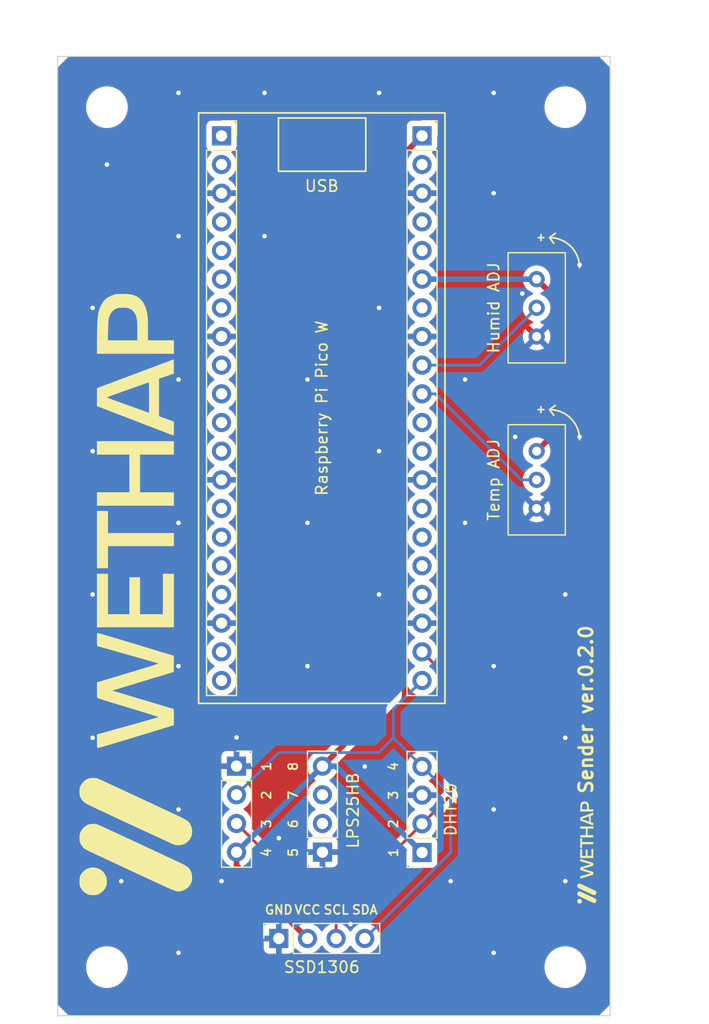
<source format=kicad_pcb>
(kicad_pcb (version 20221018) (generator pcbnew)
  (layers (0 "F.Cu" signal) (31 "B.Cu" signal) (34 "B.Paste" user) (35 "F.Paste" user) (36 "B.SilkS" user "B.Silkscreen") (37 "F.SilkS" user "F.Silkscreen") (38 "B.Mask" user) (39 "F.Mask" user) (44 "Edge.Cuts" user))
  (net 0 "")
  (net 1 "vbus")
  (net 2 "scl")
  (net 3 "sda")
  (net 4 "gnd")
  (net 5 "adc_vref")
  (net 26 "Net-(J2-Pin_9)")
  (net 27 "Net-(J2-Pin_10)")
  (footprint "Connector_PinSocket_2.54mm:PinSocket_1x04_P2.54mm_Vertical" (layer "F.Cu") (at 147.32 129.54 180)
    (fp_text reference "DHT20" hide)
    (fp_text value "Conn_01x04_Socket")
    (pad "1" thru_hole rect (at 0 0 180) (size 1.7 1.7) (drill 1) (layers "*.Cu" "*.Mask") (net 1 "vbus"))
    (pad "2" thru_hole oval (at 0 2.54 180) (size 1.7 1.7) (drill 1) (layers "*.Cu" "*.Mask") (net 2 "scl"))
    (pad "3" thru_hole oval (at 0 5.08 180) (size 1.7 1.7) (drill 1) (layers "*.Cu" "*.Mask") (net 4 "gnd"))
    (pad "4" thru_hole oval (at 0 7.62 180) (size 1.7 1.7) (drill 1) (layers "*.Cu" "*.Mask") (net 3 "sda"))
  )
  (footprint "MountingHole:MountingHole_3.2mm_M3" (layer "F.Cu") (at 160.02 139.7)
    (fp_text reference "REF4" hide)
    (fp_text value "MountingHole_3.2mm_M3")
    (pad "" np_thru_hole circle (at 0 0) (size 3.2 3.2) (drill 3.2) (layers "F&B.Cu" "*.Mask"))
  )
  (footprint "Connector_PinSocket_2.54mm:PinSocket_1x20_P2.54mm_Vertical" (layer "F.Cu") (at 129.54 66.04)
    (fp_text reference "J1" hide)
    (fp_text value "Conn_01x20_Socket")
    (pad "1" thru_hole rect (at 0 0) (size 1.7 1.7) (drill 1) (layers "*.Cu" "*.Mask"))
    (pad "2" thru_hole oval (at 0 2.54) (size 1.7 1.7) (drill 1) (layers "*.Cu" "*.Mask"))
    (pad "3" thru_hole oval (at 0 5.08) (size 1.7 1.7) (drill 1) (layers "*.Cu" "*.Mask") (net 4 "gnd"))
    (pad "4" thru_hole oval (at 0 7.62) (size 1.7 1.7) (drill 1) (layers "*.Cu" "*.Mask"))
    (pad "5" thru_hole oval (at 0 10.16) (size 1.7 1.7) (drill 1) (layers "*.Cu" "*.Mask"))
    (pad "6" thru_hole oval (at 0 12.7) (size 1.7 1.7) (drill 1) (layers "*.Cu" "*.Mask"))
    (pad "7" thru_hole oval (at 0 15.24) (size 1.7 1.7) (drill 1) (layers "*.Cu" "*.Mask"))
    (pad "8" thru_hole oval (at 0 17.78) (size 1.7 1.7) (drill 1) (layers "*.Cu" "*.Mask") (net 4 "gnd"))
    (pad "9" thru_hole oval (at 0 20.32) (size 1.7 1.7) (drill 1) (layers "*.Cu" "*.Mask"))
    (pad "10" thru_hole oval (at 0 22.86) (size 1.7 1.7) (drill 1) (layers "*.Cu" "*.Mask"))
    (pad "11" thru_hole oval (at 0 25.4) (size 1.7 1.7) (drill 1) (layers "*.Cu" "*.Mask"))
    (pad "12" thru_hole oval (at 0 27.94) (size 1.7 1.7) (drill 1) (layers "*.Cu" "*.Mask"))
    (pad "13" thru_hole oval (at 0 30.48) (size 1.7 1.7) (drill 1) (layers "*.Cu" "*.Mask") (net 4 "gnd"))
    (pad "14" thru_hole oval (at 0 33.02) (size 1.7 1.7) (drill 1) (layers "*.Cu" "*.Mask"))
    (pad "15" thru_hole oval (at 0 35.56) (size 1.7 1.7) (drill 1) (layers "*.Cu" "*.Mask"))
    (pad "16" thru_hole oval (at 0 38.1) (size 1.7 1.7) (drill 1) (layers "*.Cu" "*.Mask"))
    (pad "17" thru_hole oval (at 0 40.64) (size 1.7 1.7) (drill 1) (layers "*.Cu" "*.Mask"))
    (pad "18" thru_hole oval (at 0 43.18) (size 1.7 1.7) (drill 1) (layers "*.Cu" "*.Mask") (net 4 "gnd"))
    (pad "19" thru_hole oval (at 0 45.72) (size 1.7 1.7) (drill 1) (layers "*.Cu" "*.Mask"))
    (pad "20" thru_hole oval (at 0 48.26) (size 1.7 1.7) (drill 1) (layers "*.Cu" "*.Mask"))
  )
  (footprint "MountingHole:MountingHole_3.2mm_M3" (layer "F.Cu") (at 119.38 139.7)
    (fp_text reference "REF3" hide)
    (fp_text value "MountingHole_3.2mm_M3")
    (pad "" np_thru_hole circle (at 0 0) (size 3.2 3.2) (drill 3.2) (layers "F&B.Cu" "*.Mask"))
  )
  (footprint "Connector_PinSocket_2.54mm:PinSocket_1x04_P2.54mm_Vertical" (layer "F.Cu") (at 130.87 121.89)
    (fp_text reference "LPS25HB1" hide)
    (fp_text value "Conn_01x04_Socket" hide)
    (pad "1" thru_hole rect (at 0 0) (size 1.7 1.7) (drill 1) (layers "*.Cu" "*.Mask") (net 4 "gnd"))
    (pad "2" thru_hole oval (at 0 2.54) (size 1.7 1.7) (drill 1) (layers "*.Cu" "*.Mask") (net 3 "sda"))
    (pad "3" thru_hole oval (at 0 5.08) (size 1.7 1.7) (drill 1) (layers "*.Cu" "*.Mask") (net 2 "scl"))
    (pad "4" thru_hole oval (at 0 7.62) (size 1.7 1.7) (drill 1) (layers "*.Cu" "*.Mask") (net 1 "vbus"))
  )
  (footprint "Connector_PinSocket_2.54mm:PinSocket_1x04_P2.54mm_Vertical" (layer "F.Cu") (at 134.62 137.16 90)
    (fp_text reference "SSD1306" hide)
    (fp_text value "Conn_01x04_Socket")
    (pad "1" thru_hole rect (at 0 0 90) (size 1.7 1.7) (drill 1) (layers "*.Cu" "*.Mask") (net 4 "gnd"))
    (pad "2" thru_hole oval (at 0 2.54 90) (size 1.7 1.7) (drill 1) (layers "*.Cu" "*.Mask") (net 1 "vbus"))
    (pad "3" thru_hole oval (at 0 5.08 90) (size 1.7 1.7) (drill 1) (layers "*.Cu" "*.Mask") (net 2 "scl"))
    (pad "4" thru_hole oval (at 0 7.62 90) (size 1.7 1.7) (drill 1) (layers "*.Cu" "*.Mask") (net 3 "sda"))
  )
  (footprint "Potentiometer_THT:Potentiometer_Bourns_3296W_Vertical" (layer "F.Cu") (at 157.48 93.98 90)
    (fp_text reference "RV1" hide)
    (fp_text value "10k")
    (pad "1" thru_hole circle (at 0 0 90) (size 1.44 1.44) (drill 0.8) (layers "*.Cu" "*.Mask") (net 5 "adc_vref"))
    (pad "2" thru_hole circle (at -2.54 0 90) (size 1.44 1.44) (drill 0.8) (layers "*.Cu" "*.Mask") (net 27 "Net-(J2-Pin_10)"))
    (pad "3" thru_hole circle (at -5.08 0 90) (size 1.44 1.44) (drill 0.8) (layers "*.Cu" "*.Mask") (net 4 "gnd"))
  )
  (footprint "RPi_Pico:logo" (layer "F.Cu") (at 161.926433 129.54 90)
    (fp_text reference "G1" hide)
    (fp_text value "LOGO" hide)
  )
  (footprint "Connector_PinSocket_2.54mm:PinSocket_1x20_P2.54mm_Vertical" (layer "F.Cu") (at 147.32 66.04)
    (fp_text reference "J2" hide)
    (fp_text value "Conn_01x20_Socket")
    (pad "1" thru_hole rect (at 0 0) (size 1.7 1.7) (drill 1) (layers "*.Cu" "*.Mask") (net 1 "vbus"))
    (pad "2" thru_hole oval (at 0 2.54) (size 1.7 1.7) (drill 1) (layers "*.Cu" "*.Mask"))
    (pad "3" thru_hole oval (at 0 5.08) (size 1.7 1.7) (drill 1) (layers "*.Cu" "*.Mask") (net 4 "gnd"))
    (pad "4" thru_hole oval (at 0 7.62) (size 1.7 1.7) (drill 1) (layers "*.Cu" "*.Mask"))
    (pad "5" thru_hole oval (at 0 10.16) (size 1.7 1.7) (drill 1) (layers "*.Cu" "*.Mask"))
    (pad "6" thru_hole oval (at 0 12.7) (size 1.7 1.7) (drill 1) (layers "*.Cu" "*.Mask") (net 5 "adc_vref"))
    (pad "7" thru_hole oval (at 0 15.24) (size 1.7 1.7) (drill 1) (layers "*.Cu" "*.Mask"))
    (pad "8" thru_hole oval (at 0 17.78) (size 1.7 1.7) (drill 1) (layers "*.Cu" "*.Mask") (net 4 "gnd"))
    (pad "9" thru_hole oval (at 0 20.32) (size 1.7 1.7) (drill 1) (layers "*.Cu" "*.Mask") (net 26 "Net-(J2-Pin_9)"))
    (pad "10" thru_hole oval (at 0 22.86) (size 1.7 1.7) (drill 1) (layers "*.Cu" "*.Mask") (net 27 "Net-(J2-Pin_10)"))
    (pad "11" thru_hole oval (at 0 25.4) (size 1.7 1.7) (drill 1) (layers "*.Cu" "*.Mask"))
    (pad "12" thru_hole oval (at 0 27.94) (size 1.7 1.7) (drill 1) (layers "*.Cu" "*.Mask"))
    (pad "13" thru_hole oval (at 0 30.48) (size 1.7 1.7) (drill 1) (layers "*.Cu" "*.Mask") (net 4 "gnd"))
    (pad "14" thru_hole oval (at 0 33.02) (size 1.7 1.7) (drill 1) (layers "*.Cu" "*.Mask"))
    (pad "15" thru_hole oval (at 0 35.56) (size 1.7 1.7) (drill 1) (layers "*.Cu" "*.Mask"))
    (pad "16" thru_hole oval (at 0 38.1) (size 1.7 1.7) (drill 1) (layers "*.Cu" "*.Mask"))
    (pad "17" thru_hole oval (at 0 40.64) (size 1.7 1.7) (drill 1) (layers "*.Cu" "*.Mask"))
    (pad "18" thru_hole oval (at 0 43.18) (size 1.7 1.7) (drill 1) (layers "*.Cu" "*.Mask") (net 4 "gnd"))
    (pad "19" thru_hole oval (at 0 45.72) (size 1.7 1.7) (drill 1) (layers "*.Cu" "*.Mask") (net 2 "scl"))
    (pad "20" thru_hole oval (at 0 48.26) (size 1.7 1.7) (drill 1) (layers "*.Cu" "*.Mask") (net 3 "sda"))
  )
  (footprint "Potentiometer_THT:Potentiometer_Bourns_3296W_Vertical" (layer "F.Cu") (at 157.48 78.74 90)
    (fp_text reference "RV2" hide)
    (fp_text value "10k")
    (pad "1" thru_hole circle (at 0 0 90) (size 1.44 1.44) (drill 0.8) (layers "*.Cu" "*.Mask") (net 5 "adc_vref"))
    (pad "2" thru_hole circle (at -2.54 0 90) (size 1.44 1.44) (drill 0.8) (layers "*.Cu" "*.Mask") (net 26 "Net-(J2-Pin_9)"))
    (pad "3" thru_hole circle (at -5.08 0 90) (size 1.44 1.44) (drill 0.8) (layers "*.Cu" "*.Mask") (net 4 "gnd"))
  )
  (footprint "MountingHole:MountingHole_3.2mm_M3" (layer "F.Cu") (at 119.38 63.5)
    (fp_text reference "REF1" hide)
    (fp_text value "MountingHole_3.2mm_M3")
    (pad "" np_thru_hole circle (at 0 0) (size 3.2 3.2) (drill 3.2) (layers "*.Cu" "*.Mask"))
  )
  (footprint "MountingHole:MountingHole_3.2mm_M3" (layer "F.Cu") (at 160.02 63.5)
    (fp_text reference "REF2" hide)
    (fp_text value "MountingHole_3.2mm_M3")
    (pad "" np_thru_hole circle (at 0 0) (size 3.2 3.2) (drill 3.2) (layers "F&B.Cu" "*.Mask"))
  )
  (footprint "Connector_PinSocket_2.54mm:PinSocket_1x04_P2.54mm_Vertical" (layer "F.Cu") (at 138.49 129.51 180)
    (fp_text reference "LPS25HB2" hide)
    (fp_text value "Conn_01x04_Socket" hide)
    (pad "1" thru_hole rect (at 0 0 180) (size 1.7 1.7) (drill 1) (layers "*.Cu" "*.Mask") (net 4 "gnd"))
    (pad "2" thru_hole oval (at 0 2.54 180) (size 1.7 1.7) (drill 1) (layers "*.Cu" "*.Mask"))
    (pad "3" thru_hole oval (at 0 5.08 180) (size 1.7 1.7) (drill 1) (layers "*.Cu" "*.Mask"))
    (pad "4" thru_hole oval (at 0 7.62 180) (size 1.7 1.7) (drill 1) (layers "*.Cu" "*.Mask") (net 1 "vbus"))
  )
  (footprint "WETHAP_PCB:WETHAP_logo" (layer "F.Cu") (at 121.92 106.68 90)
    (fp_text reference "G0" hide)
    (fp_text value "LOGO" hide)
  )
  (gr_rect (start 134.59 64.455) (end 142.33 69.175) (stroke (width 0.15)) (fill none) (layer "F.SilkS"))
  (gr_line (start 158.115 90.297) (end 157.607 90.297) (stroke (width 0.15)) (layer "F.SilkS"))
  (gr_line (start 158.623 75.057) (end 159.131 74.676) (stroke (width 0.15)) (layer "F.SilkS"))
  (gr_line (start 158.623 90.297) (end 159.004 90.805) (stroke (width 0.15)) (layer "F.SilkS"))
  (gr_rect (start 127.508 64.008) (end 149.352 116.332) (stroke (width 0.15)) (fill none) (layer "F.SilkS"))
  (gr_line (start 157.861 90.043) (end 157.861 90.551) (stroke (width 0.15)) (layer "F.SilkS"))
  (gr_line (start 158.623 75.057) (end 159.004 75.565) (stroke (width 0.15)) (layer "F.SilkS"))
  (gr_arc (start 158.623 75.057) (mid 160.508854 75.838146) (end 161.29 77.724) (stroke (width 0.15)) (layer "F.SilkS"))
  (gr_arc (start 158.623 90.297) (mid 160.508854 91.078146) (end 161.29 92.964) (stroke (width 0.15)) (layer "F.SilkS"))
  (gr_line (start 157.861 74.803) (end 157.861 75.311) (stroke (width 0.15)) (layer "F.SilkS"))
  (gr_line (start 158.623 90.297) (end 159.131 89.916) (stroke (width 0.15)) (layer "F.SilkS"))
  (gr_line (start 158.115 75.057) (end 157.607 75.057) (stroke (width 0.15)) (layer "F.SilkS"))
  (gr_rect (start 115 59) (end 164 144) (stroke (width 0.1)) (fill none) (layer "Edge.Cuts"))
  (gr_text "Humid ADJ" (at 153.67 81.28 90) (layer "F.SilkS") (effects (font (size 1 1))))
  (gr_text "1" (at 144.78 129.54 90) (layer "F.SilkS") (effects (font (size 0.8 0.8))))
  (gr_text "3" (at 133.522182 127 90) (layer "F.SilkS") (effects (font (size 0.8 0.8))))
  (gr_text "8" (at 135.89 121.92 90) (layer "F.SilkS") (effects (font (size 0.8 0.8))))
  (gr_text "VCC" (at 137.16 134.62) (layer "F.SilkS") (effects (font (size 0.8 0.8))))
  (gr_text "6" (at 135.89 127 90) (layer "F.SilkS") (effects (font (size 0.8 0.8))))
  (gr_text "SSD1306" (at 138.43 139.7) (layer "F.SilkS") (effects (font (size 1 1))))
  (gr_text "3" (at 144.78 124.46 90) (layer "F.SilkS") (effects (font (size 0.8 0.8))))
  (gr_text "2" (at 133.522182 124.46 90) (layer "F.SilkS") (effects (font (size 0.8 0.8))))
  (gr_text "4" (at 133.522182 129.54 90) (layer "F.SilkS") (effects (font (size 0.8 0.8))))
  (gr_text "2" (at 144.78 127 90) (layer "F.SilkS") (effects (font (size 0.8 0.8))))
  (gr_text "Sender ver.0.2.0" (at 162.56 124.46 90) (layer "F.SilkS") (effects (font (size 1.2 1.2) (thickness 0.24) bold) (justify left bottom)))
  (gr_text "Temp ADJ\n" (at 153.67 96.52 90) (layer "F.SilkS") (effects (font (size 1 1))))
  (gr_text "DHT20" (at 149.86 125.73 90) (layer "F.SilkS") (effects (font (size 1 1))))
  (gr_text "USB" (at 138.43 70.485) (layer "F.SilkS") (effects (font (size 1 1))))
  (gr_text "1" (at 133.522182 121.92 90) (layer "F.SilkS") (effects (font (size 0.8 0.8))))
  (gr_text "LPS25HB" (at 141.194707 125.82241 90) (layer "F.SilkS") (effects (font (size 1 1))))
  (gr_text "4" (at 144.78 121.92 90) (layer "F.SilkS") (effects (font (size 0.8 0.8))))
  (gr_text "SCL" (at 139.7 134.62) (layer "F.SilkS") (effects (font (size 0.8 0.8))))
  (gr_text "5" (at 135.89 129.54 90) (layer "F.SilkS") (effects (font (size 0.8 0.8))))
  (gr_text "Raspberry Pi Pico W" (at 138.43 90.17 90) (layer "F.SilkS") (effects (font (size 1 1))))
  (gr_text "GND" (at 134.62 134.62) (layer "F.SilkS") (effects (font (size 0.8 0.8))))
  (gr_text "SDA" (at 142.24 134.62) (layer "F.SilkS") (effects (font (size 0.8 0.8))))
  (gr_text "7" (at 135.89 124.46 90) (layer "F.SilkS") (effects (font (size 0.8 0.8))))
  (segment (start 134.62 134.62) (end 134.62 134.4369) (width 0.5) (layer "F.Cu") (net 1))
  (segment (start 134.62 134.4369) (end 130.87 130.6869) (width 0.5) (layer "F.Cu") (net 1))
  (segment (start 147.32 66.04) (end 144.78 68.58) (width 0.5) (layer "F.Cu") (net 1))
  (segment (start 137.16 137.16) (end 134.62 134.62) (width 0.5) (layer "F.Cu") (net 1))
  (segment (start 144.78 68.58) (end 144.78 115.6) (width 0.5) (layer "F.Cu") (net 1))
  (segment (start 144.78 115.6) (end 138.49 121.89) (width 0.5) (layer "F.Cu") (net 1))
  (segment (start 130.87 130.6869) (end 130.87 129.51) (width 0.5) (layer "F.Cu") (net 1))
  (segment (start 139.6669 121.89) (end 138.49 121.89) (width 0.5) (layer "B.Cu") (net 1))
  (segment (start 130.87 129.51) (end 138.49 121.89) (width 0.5) (layer "B.Cu") (net 1))
  (segment (start 147.3169 129.54) (end 139.6669 121.89) (width 0.5) (layer "B.Cu") (net 1))
  (segment (start 139.7 134.62) (end 139.7 137.16) (width 0.25) (layer "F.Cu") (net 2))
  (segment (start 149.86 114.3) (end 149.86 124.46) (width 0.25) (layer "F.Cu") (net 2))
  (segment (start 147.32 127) (end 139.7 134.62) (width 0.25) (layer "F.Cu") (net 2))
  (segment (start 149.86 124.46) (end 147.32 127) (width 0.25) (layer "F.Cu") (net 2))
  (segment (start 137.16 132.08) (end 139.7 134.62) (width 0.25) (layer "F.Cu") (net 2))
  (segment (start 147.32 111.76) (end 149.86 114.3) (width 0.25) (layer "F.Cu") (net 2))
  (segment (start 135.98 132.08) (end 137.16 132.08) (width 0.25) (layer "F.Cu") (net 2))
  (segment (start 130.87 126.97) (end 135.98 132.08) (width 0.25) (layer "F.Cu") (net 2))
  (segment (start 144.78 119.38) (end 144.78 116.84) (width 0.25) (layer "B.Cu") (net 3))
  (segment (start 143.4709 120.6891) (end 144.78 119.38) (width 0.25) (layer "B.Cu") (net 3))
  (segment (start 147.32 121.92) (end 144.78 119.38) (width 0.25) (layer "B.Cu") (net 3))
  (segment (start 134.6109 120.6891) (end 143.4709 120.6891) (width 0.25) (layer "B.Cu") (net 3))
  (segment (start 149.86 129.54) (end 142.24 137.16) (width 0.25) (layer "B.Cu") (net 3))
  (segment (start 149.86 124.46) (end 149.86 129.54) (width 0.25) (layer "B.Cu") (net 3))
  (segment (start 130.87 124.43) (end 134.6109 120.6891) (width 0.25) (layer "B.Cu") (net 3))
  (segment (start 144.78 116.84) (end 147.32 114.3) (width 0.25) (layer "B.Cu") (net 3))
  (segment (start 147.32 121.92) (end 149.86 124.46) (width 0.25) (layer "B.Cu") (net 3))
  (via (at 149.86 132.08) (size 0.8) (drill 0.4) (layers "F.Cu" "B.Cu") (net 4))
  (via (at 137.16 113.03) (size 0.8) (drill 0.4) (layers "F.Cu" "B.Cu") (net 4))
  (via (at 153.67 71.12) (size 0.8) (drill 0.4) (layers "F.Cu" "B.Cu") (net 4))
  (via (at 160.02 119.38) (size 0.8) (drill 0.4) (layers "F.Cu" "B.Cu") (net 4))
  (via (at 143.51 93.98) (size 0.8) (drill 0.4) (layers "F.Cu" "B.Cu") (net 4))
  (via (at 118.11 106.68) (size 0.8) (drill 0.4) (layers "F.Cu" "B.Cu") (net 4))
  (via (at 153.67 138.43) (size 0.8) (drill 0.4) (layers "F.Cu" "B.Cu") (net 4))
  (via (at 151.13 100.33) (size 0.8) (drill 0.4) (layers "F.Cu" "B.Cu") (net 4))
  (via (at 143.51 62.23) (size 0.8) (drill 0.4) (layers "F.Cu" "B.Cu") (net 4))
  (via (at 118.11 81.28) (size 0.8) (drill 0.4) (layers "F.Cu" "B.Cu") (net 4))
  (via (at 153.67 125.73) (size 0.8) (drill 0.4) (layers "F.Cu" "B.Cu") (net 4))
  (via (at 125.73 113.03) (size 0.8) (drill 0.4) (layers "F.Cu" "B.Cu") (net 4))
  (via (at 133.35 74.93) (size 0.8) (drill 0.4) (layers "F.Cu" "B.Cu") (net 4))
  (via (at 134.62 128.27) (size 0.8) (drill 0.4) (layers "F.Cu" "B.Cu") (net 4))
  (via (at 151.13 87.63) (size 0.8) (drill 0.4) (layers "F.Cu" "B.Cu") (net 4))
  (via (at 125.73 74.93) (size 0.8) (drill 0.4) (layers "F.Cu" "B.Cu") (net 4))
  (via (at 153.67 113.03) (size 0.8) (drill 0.4) (layers "F.Cu" "B.Cu") (net 4))
  (via (at 156.21 80.01) (size 0.8) (drill 0.4) (layers "F.Cu" "B.Cu") (net 4))
  (via (at 125.73 62.23) (size 0.8) (drill 0.4) (layers "F.Cu" "B.Cu") (net 4))
  (via (at 119.38 68.58) (size 0.8) (drill 0.4) (layers "F.Cu" "B.Cu") (net 4))
  (via (at 160.02 106.68) (size 0.8) (drill 0.4) (layers "F.Cu" "B.Cu") (net 4))
  (via (at 130.87 119.35) (size 0.8) (drill 0.4) (layers "F.Cu" "B.Cu") (net 4))
  (via (at 125.73 125.73) (size 0.8) (drill 0.4) (layers "F.Cu" "B.Cu") (net 4))
  (via (at 125.73 138.43) (size 0.8) (drill 0.4) (layers "F.Cu" "B.Cu") (net 4))
  (via (at 129.54 132.08) (size 0.8) (drill 0.4) (layers "F.Cu" "B.Cu") (net 4))
  (via (at 133.35 62.23) (size 0.8) (drill 0.4) (layers "F.Cu" "B.Cu") (net 4))
  (via (at 161.29 92.71) (size 0.8) (drill 0.4) (layers "F.Cu" "B.Cu") (net 4))
  (via (at 137.16 100.33) (size 0.8) (drill 0.4) (layers "F.Cu" "B.Cu") (net 4))
  (via (at 125.73 100.33) (size 0.8) (drill 0.4) (layers "F.Cu" "B.Cu") (net 4))
  (via (at 142.24 121.92) (size 0.8) (drill 0.4) (layers "F.Cu" "B.Cu") (net 4))
  (via (at 161.29 77.47) (size 0.8) (drill 0.4) (layers "F.Cu" "B.Cu") (net 4))
  (via (at 125.73 87.63) (size 0.8) (drill 0.4) (layers "F.Cu" "B.Cu") (net 4))
  (via (at 118.11 119.38) (size 0.8) (drill 0.4) (layers "F.Cu" "B.Cu") (net 4))
  (via (at 143.51 81.28) (size 0.8) (drill 0.4) (layers "F.Cu" "B.Cu") (net 4))
  (via (at 140.97 135.89) (size 0.8) (drill 0.4) (layers "F.Cu" "B.Cu") (net 4))
  (via (at 143.51 106.68) (size 0.8) (drill 0.4) (layers "F.Cu" "B.Cu") (net 4))
  (via (at 137.16 87.63) (size 0.8) (drill 0.4) (layers "F.Cu" "B.Cu") (net 4))
  (via (at 153.67 62.23) (size 0.8) (drill 0.4) (layers "F.Cu" "B.Cu") (net 4))
  (via (at 118.11 93.98) (size 0.8) (drill 0.4) (layers "F.Cu" "B.Cu") (net 4))
  (via (at 155.575 92.71) (size 0.8) (drill 0.4) (layers "F.Cu" "B.Cu") (net 4))
  (via (at 160.02 132.08) (size 0.8) (drill 0.4) (layers "F.Cu" "B.Cu") (net 4))
  (via (at 120.65 132.08) (size 0.8) (drill 0.4) (layers "F.Cu" "B.Cu") (net 4))
  (segment (start 160.02 81.28) (end 157.48 78.74) (width 0.5) (layer "F.Cu") (net 5))
  (segment (start 160.02 91.44) (end 160.02 81.28) (width 0.5) (layer "F.Cu") (net 5))
  (segment (start 157.48 93.98) (end 160.02 91.44) (width 0.5) (layer "F.Cu") (net 5))
  (segment (start 157.48 78.74) (end 147.32 78.74) (width 0.5) (layer "B.Cu") (net 5))
  (segment (start 157.48 81.28) (end 152.4 86.36) (width 0.25) (layer "B.Cu") (net 26))
  (segment (start 152.4 86.36) (end 147.32 86.36) (width 0.25) (layer "B.Cu") (net 26))
  (segment (start 147.32 88.9) (end 148.4969 88.9) (width 0.25) (layer "B.Cu") (net 27))
  (segment (start 157.48 96.52) (end 156.1169 96.52) (width 0.25) (layer "B.Cu") (net 27))
  (segment (start 156.1169 96.52) (end 148.4969 88.9) (width 0.25) (layer "B.Cu") (net 27))
  (zone (net 4) (net_name "gnd") (layers "F&B.Cu") (connect_pads (clearance 0.5)) (min_thickness 0.25) (fill yes (thermal_gap 0.5) (thermal_bridge_width 0.5))
    (polygon (pts (xy 116 59) (xy 163 59) (xy 164 60) (xy 164 80.25) (xy 164 101.5) (xy 164 143) (xy 163 144) (xy 116 144) (xy 115 143) (xy 115 60)))
  )
)
</source>
